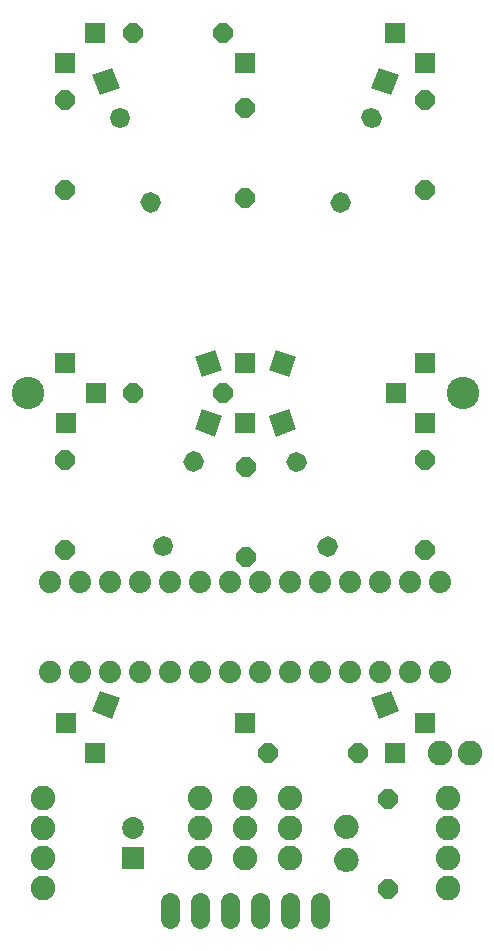
<source format=gbs>
G75*
%MOIN*%
%OFA0B0*%
%FSLAX25Y25*%
%IPPOS*%
%LPD*%
%AMOC8*
5,1,8,0,0,1.08239X$1,22.5*
%
%ADD10C,0.10800*%
%ADD11R,0.07137X0.07137*%
%ADD12R,0.07137X0.07137*%
%ADD13OC8,0.06400*%
%ADD14C,0.01280*%
%ADD15C,0.07400*%
%ADD16C,0.08200*%
%ADD17C,0.00500*%
%ADD18R,0.07300X0.07300*%
%ADD19C,0.07300*%
%ADD20C,0.06400*%
D10*
X0026394Y0213933D03*
X0171394Y0213933D03*
D11*
X0158894Y0223933D03*
X0148944Y0213983D03*
X0158794Y0203833D03*
X0098844Y0203983D03*
X0098844Y0223933D03*
X0048944Y0213983D03*
X0038994Y0203933D03*
X0038894Y0223983D03*
X0038894Y0323983D03*
X0048894Y0333983D03*
X0098844Y0323933D03*
X0148894Y0333983D03*
X0158894Y0323933D03*
X0158794Y0103833D03*
X0148844Y0093933D03*
X0098844Y0103983D03*
X0048844Y0093933D03*
X0038994Y0103933D03*
D12*
G36*
X0047820Y0107816D02*
X0050261Y0114521D01*
X0056966Y0112080D01*
X0054525Y0105375D01*
X0047820Y0107816D01*
G37*
G36*
X0082022Y0201786D02*
X0084463Y0208491D01*
X0091168Y0206050D01*
X0088727Y0199345D01*
X0082022Y0201786D01*
G37*
G36*
X0084463Y0219075D02*
X0082022Y0225780D01*
X0088727Y0228221D01*
X0091168Y0221516D01*
X0084463Y0219075D01*
G37*
G36*
X0106620Y0221516D02*
X0109061Y0228221D01*
X0115766Y0225780D01*
X0113325Y0219075D01*
X0106620Y0221516D01*
G37*
G36*
X0109061Y0199345D02*
X0106620Y0206050D01*
X0113325Y0208491D01*
X0115766Y0201786D01*
X0109061Y0199345D01*
G37*
G36*
X0143263Y0105375D02*
X0140822Y0112080D01*
X0147527Y0114521D01*
X0149968Y0107816D01*
X0143263Y0105375D01*
G37*
G36*
X0140822Y0315486D02*
X0143263Y0322191D01*
X0149968Y0319750D01*
X0147527Y0313045D01*
X0140822Y0315486D01*
G37*
G36*
X0050261Y0313045D02*
X0047820Y0319750D01*
X0054525Y0322191D01*
X0056966Y0315486D01*
X0050261Y0313045D01*
G37*
D13*
X0038894Y0311433D03*
X0038894Y0281433D03*
X0061444Y0333883D03*
X0091444Y0333883D03*
X0098894Y0308933D03*
X0098894Y0278933D03*
X0091394Y0213933D03*
X0098994Y0189233D03*
X0098994Y0159233D03*
X0061394Y0213933D03*
X0038894Y0191433D03*
X0038894Y0161433D03*
X0106394Y0093933D03*
X0136394Y0093933D03*
X0146294Y0078633D03*
X0146294Y0048633D03*
X0158894Y0161433D03*
X0158894Y0191433D03*
X0158894Y0281433D03*
X0158894Y0311433D03*
D14*
X0142155Y0306931D02*
X0142795Y0307571D01*
X0143692Y0305648D01*
X0142967Y0303657D01*
X0141044Y0302760D01*
X0139053Y0303485D01*
X0138156Y0305408D01*
X0138881Y0307399D01*
X0140804Y0308296D01*
X0142795Y0307571D01*
X0142093Y0306805D01*
X0142653Y0305602D01*
X0142201Y0304359D01*
X0140998Y0303799D01*
X0139755Y0304251D01*
X0139195Y0305454D01*
X0139647Y0306697D01*
X0140850Y0307257D01*
X0142093Y0306805D01*
X0141391Y0306038D01*
X0141616Y0305558D01*
X0141434Y0305061D01*
X0140954Y0304836D01*
X0140457Y0305018D01*
X0140232Y0305498D01*
X0140414Y0305995D01*
X0140894Y0306220D01*
X0141391Y0306038D01*
X0131894Y0278741D02*
X0132534Y0279381D01*
X0133431Y0277458D01*
X0132706Y0275467D01*
X0130783Y0274570D01*
X0128792Y0275295D01*
X0127895Y0277218D01*
X0128620Y0279209D01*
X0130543Y0280106D01*
X0132534Y0279381D01*
X0131832Y0278615D01*
X0132392Y0277412D01*
X0131940Y0276169D01*
X0130737Y0275609D01*
X0129494Y0276061D01*
X0128934Y0277264D01*
X0129386Y0278507D01*
X0130589Y0279067D01*
X0131832Y0278615D01*
X0131130Y0277848D01*
X0131355Y0277368D01*
X0131173Y0276871D01*
X0130693Y0276646D01*
X0130196Y0276828D01*
X0129971Y0277308D01*
X0130153Y0277805D01*
X0130633Y0278030D01*
X0131130Y0277848D01*
X0115443Y0192956D02*
X0116083Y0193596D01*
X0118006Y0192699D01*
X0118731Y0190708D01*
X0117834Y0188785D01*
X0115843Y0188060D01*
X0113920Y0188957D01*
X0113195Y0190948D01*
X0114092Y0192871D01*
X0116083Y0193596D01*
X0116037Y0192557D01*
X0117240Y0191997D01*
X0117692Y0190754D01*
X0117132Y0189551D01*
X0115889Y0189099D01*
X0114686Y0189659D01*
X0114234Y0190902D01*
X0114794Y0192105D01*
X0116037Y0192557D01*
X0115993Y0191520D01*
X0116473Y0191295D01*
X0116655Y0190798D01*
X0116430Y0190318D01*
X0115933Y0190136D01*
X0115453Y0190361D01*
X0115271Y0190858D01*
X0115496Y0191338D01*
X0115993Y0191520D01*
X0125704Y0164766D02*
X0126344Y0165406D01*
X0128267Y0164509D01*
X0128992Y0162518D01*
X0128095Y0160595D01*
X0126104Y0159870D01*
X0124181Y0160767D01*
X0123456Y0162758D01*
X0124353Y0164681D01*
X0126344Y0165406D01*
X0126298Y0164367D01*
X0127501Y0163807D01*
X0127953Y0162564D01*
X0127393Y0161361D01*
X0126150Y0160909D01*
X0124947Y0161469D01*
X0124495Y0162712D01*
X0125055Y0163915D01*
X0126298Y0164367D01*
X0126254Y0163330D01*
X0126734Y0163105D01*
X0126916Y0162608D01*
X0126691Y0162128D01*
X0126194Y0161946D01*
X0125714Y0162171D01*
X0125532Y0162668D01*
X0125757Y0163148D01*
X0126254Y0163330D01*
X0082855Y0192431D02*
X0083495Y0193071D01*
X0084392Y0191148D01*
X0083667Y0189157D01*
X0081744Y0188260D01*
X0079753Y0188985D01*
X0078856Y0190908D01*
X0079581Y0192899D01*
X0081504Y0193796D01*
X0083495Y0193071D01*
X0082793Y0192305D01*
X0083353Y0191102D01*
X0082901Y0189859D01*
X0081698Y0189299D01*
X0080455Y0189751D01*
X0079895Y0190954D01*
X0080347Y0192197D01*
X0081550Y0192757D01*
X0082793Y0192305D01*
X0082091Y0191538D01*
X0082316Y0191058D01*
X0082134Y0190561D01*
X0081654Y0190336D01*
X0081157Y0190518D01*
X0080932Y0190998D01*
X0081114Y0191495D01*
X0081594Y0191720D01*
X0082091Y0191538D01*
X0072594Y0164241D02*
X0073234Y0164881D01*
X0074131Y0162958D01*
X0073406Y0160967D01*
X0071483Y0160070D01*
X0069492Y0160795D01*
X0068595Y0162718D01*
X0069320Y0164709D01*
X0071243Y0165606D01*
X0073234Y0164881D01*
X0072532Y0164115D01*
X0073092Y0162912D01*
X0072640Y0161669D01*
X0071437Y0161109D01*
X0070194Y0161561D01*
X0069634Y0162764D01*
X0070086Y0164007D01*
X0071289Y0164567D01*
X0072532Y0164115D01*
X0071830Y0163348D01*
X0072055Y0162868D01*
X0071873Y0162371D01*
X0071393Y0162146D01*
X0070896Y0162328D01*
X0070671Y0162808D01*
X0070853Y0163305D01*
X0071333Y0163530D01*
X0071830Y0163348D01*
X0066804Y0279466D02*
X0067444Y0280106D01*
X0069367Y0279209D01*
X0070092Y0277218D01*
X0069195Y0275295D01*
X0067204Y0274570D01*
X0065281Y0275467D01*
X0064556Y0277458D01*
X0065453Y0279381D01*
X0067444Y0280106D01*
X0067398Y0279067D01*
X0068601Y0278507D01*
X0069053Y0277264D01*
X0068493Y0276061D01*
X0067250Y0275609D01*
X0066047Y0276169D01*
X0065595Y0277412D01*
X0066155Y0278615D01*
X0067398Y0279067D01*
X0067354Y0278030D01*
X0067834Y0277805D01*
X0068016Y0277308D01*
X0067791Y0276828D01*
X0067294Y0276646D01*
X0066814Y0276871D01*
X0066632Y0277368D01*
X0066857Y0277848D01*
X0067354Y0278030D01*
X0056543Y0307656D02*
X0057183Y0308296D01*
X0059106Y0307399D01*
X0059831Y0305408D01*
X0058934Y0303485D01*
X0056943Y0302760D01*
X0055020Y0303657D01*
X0054295Y0305648D01*
X0055192Y0307571D01*
X0057183Y0308296D01*
X0057137Y0307257D01*
X0058340Y0306697D01*
X0058792Y0305454D01*
X0058232Y0304251D01*
X0056989Y0303799D01*
X0055786Y0304359D01*
X0055334Y0305602D01*
X0055894Y0306805D01*
X0057137Y0307257D01*
X0057093Y0306220D01*
X0057573Y0305995D01*
X0057755Y0305498D01*
X0057530Y0305018D01*
X0057033Y0304836D01*
X0056553Y0305061D01*
X0056371Y0305558D01*
X0056596Y0306038D01*
X0057093Y0306220D01*
D15*
X0053794Y0150733D03*
X0043794Y0150733D03*
X0033794Y0150733D03*
X0033794Y0120733D03*
X0043794Y0120733D03*
X0053794Y0120733D03*
X0063794Y0120733D03*
X0073794Y0120733D03*
X0083794Y0120733D03*
X0093794Y0120733D03*
X0103794Y0120733D03*
X0113794Y0120733D03*
X0123794Y0120733D03*
X0133794Y0120733D03*
X0143794Y0120733D03*
X0153794Y0120733D03*
X0163794Y0120733D03*
X0163794Y0150733D03*
X0153794Y0150733D03*
X0143794Y0150733D03*
X0133794Y0150733D03*
X0123794Y0150733D03*
X0113794Y0150733D03*
X0103794Y0150733D03*
X0093794Y0150733D03*
X0083794Y0150733D03*
X0073794Y0150733D03*
X0063794Y0150733D03*
D16*
X0031394Y0048933D03*
X0031394Y0058933D03*
X0031394Y0068933D03*
X0031394Y0078933D03*
X0083894Y0078933D03*
X0083894Y0068933D03*
X0083894Y0058933D03*
X0098894Y0058933D03*
X0098894Y0068933D03*
X0098894Y0078933D03*
X0113894Y0078933D03*
X0113894Y0068933D03*
X0113894Y0058933D03*
X0163894Y0093933D03*
X0166394Y0078933D03*
X0166394Y0068933D03*
X0166394Y0058933D03*
X0166394Y0048933D03*
X0173894Y0093933D03*
D17*
X0135733Y0071154D02*
X0136020Y0070558D01*
X0136198Y0069921D01*
X0136264Y0069263D01*
X0136197Y0068605D01*
X0136016Y0067968D01*
X0135728Y0067373D01*
X0135340Y0066836D01*
X0134866Y0066375D01*
X0134318Y0066004D01*
X0133715Y0065733D01*
X0133073Y0065571D01*
X0132413Y0065523D01*
X0131694Y0065601D01*
X0131004Y0065819D01*
X0130370Y0066167D01*
X0129816Y0066632D01*
X0129363Y0067196D01*
X0129029Y0067838D01*
X0128826Y0068532D01*
X0128763Y0069253D01*
X0128825Y0069978D01*
X0129027Y0070677D01*
X0129361Y0071323D01*
X0129815Y0071891D01*
X0130371Y0072360D01*
X0131008Y0072711D01*
X0131701Y0072932D01*
X0132424Y0073013D01*
X0133083Y0072963D01*
X0133724Y0072799D01*
X0134327Y0072527D01*
X0134874Y0072154D01*
X0135347Y0071692D01*
X0135733Y0071154D01*
X0135688Y0071217D02*
X0129307Y0071217D01*
X0129049Y0070719D02*
X0135942Y0070719D01*
X0136114Y0070220D02*
X0128895Y0070220D01*
X0128803Y0069722D02*
X0136218Y0069722D01*
X0136260Y0069223D02*
X0128766Y0069223D01*
X0128810Y0068725D02*
X0136209Y0068725D01*
X0136089Y0068226D02*
X0128916Y0068226D01*
X0129086Y0067728D02*
X0135900Y0067728D01*
X0135624Y0067229D02*
X0129346Y0067229D01*
X0129736Y0066731D02*
X0135232Y0066731D01*
X0134655Y0066232D02*
X0130292Y0066232D01*
X0131275Y0065734D02*
X0133716Y0065734D01*
X0133083Y0061943D02*
X0133724Y0061779D01*
X0134327Y0061507D01*
X0134874Y0061134D01*
X0135347Y0060672D01*
X0135733Y0060134D01*
X0136020Y0059538D01*
X0136198Y0058901D01*
X0136264Y0058243D01*
X0136197Y0057585D01*
X0136016Y0056948D01*
X0135728Y0056353D01*
X0135340Y0055816D01*
X0134866Y0055355D01*
X0134318Y0054984D01*
X0133715Y0054713D01*
X0133073Y0054551D01*
X0132413Y0054503D01*
X0131694Y0054581D01*
X0131004Y0054799D01*
X0130370Y0055147D01*
X0129816Y0055612D01*
X0129363Y0056176D01*
X0129029Y0056818D01*
X0128826Y0057512D01*
X0128763Y0058233D01*
X0128825Y0058958D01*
X0129027Y0059657D01*
X0129361Y0060303D01*
X0129815Y0060871D01*
X0130371Y0061340D01*
X0131008Y0061691D01*
X0131701Y0061912D01*
X0132424Y0061993D01*
X0133083Y0061943D01*
X0133799Y0061745D02*
X0131179Y0061745D01*
X0130261Y0061247D02*
X0134708Y0061247D01*
X0135268Y0060748D02*
X0129717Y0060748D01*
X0129334Y0060250D02*
X0135650Y0060250D01*
X0135917Y0059751D02*
X0129076Y0059751D01*
X0128910Y0059253D02*
X0136100Y0059253D01*
X0136213Y0058754D02*
X0128808Y0058754D01*
X0128765Y0058256D02*
X0136262Y0058256D01*
X0136214Y0057757D02*
X0128805Y0057757D01*
X0128900Y0057259D02*
X0136104Y0057259D01*
X0135925Y0056760D02*
X0129059Y0056760D01*
X0129318Y0056262D02*
X0135662Y0056262D01*
X0135286Y0055763D02*
X0129694Y0055763D01*
X0130229Y0055265D02*
X0134733Y0055265D01*
X0133834Y0054766D02*
X0131107Y0054766D01*
X0129675Y0071716D02*
X0135322Y0071716D01*
X0134785Y0072214D02*
X0130198Y0072214D01*
X0131012Y0072713D02*
X0133916Y0072713D01*
D18*
X0061394Y0059012D03*
D19*
X0061394Y0068854D03*
D20*
X0073894Y0044233D02*
X0073894Y0038633D01*
X0083894Y0038633D02*
X0083894Y0044233D01*
X0093894Y0044233D02*
X0093894Y0038633D01*
X0103894Y0038633D02*
X0103894Y0044233D01*
X0113894Y0044233D02*
X0113894Y0038633D01*
X0123894Y0038633D02*
X0123894Y0044233D01*
M02*

</source>
